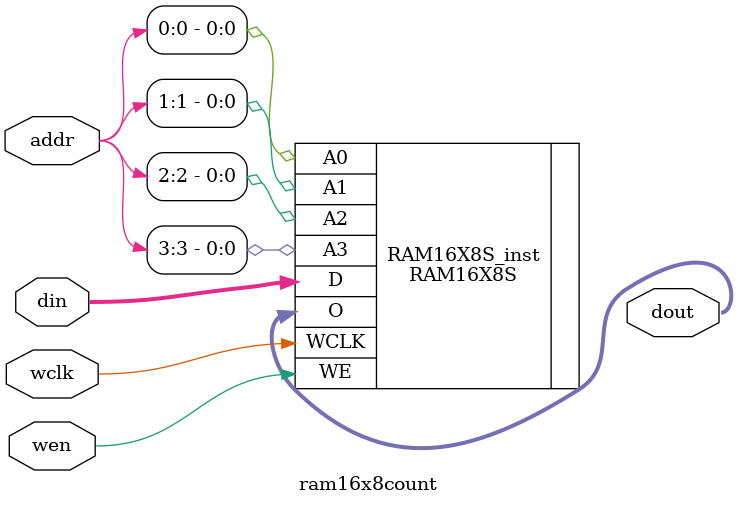
<source format=v>

module count4(clk,rdwr,strobe,our_addr,addr,busy_in,busy_out,addr_match_in,
              addr_match_out,datin,datout, m10clk, u1clk, a, b, c, d);
    input  clk;              // system clock
    input  rdwr;             // direction of this transfer. Read=1; Write=0
    input  strobe;           // true on full valid command
    input  [3:0] our_addr;   // high byte of our assigned address
    input  [11:0] addr;      // address of target peripheral
    input  busy_in;          // ==1 if a previous peripheral is busy
    output busy_out;         // ==our busy state if our address, pass through otherwise
    input  addr_match_in;    // ==1 if a previous peripheral claims the address
    output addr_match_out;   // ==1 if we claim the above address, pass through otherwise
    input  [7:0] datin ;     // Data INto the peripheral;
    output [7:0] datout ;    // Data OUTput from the peripheral, = datin if not us.
    input  m10clk;           // Latch data at 10, 20, or 50 ms
    input  u1clk;            // 1 microsecond clock pulse
    input  a;                // input A
    input  b;                // input B
    input  c;                // input C
    input  d;                // input D

    // Addressing and bus interface lines 
    wire   myaddr;           // ==1 if a correct read/write on our address
 
    // Count RAM interface lines
    wire   [3:0] raddr;      // Counter/Period RAM address lines
    wire   wen;              // Counter/Period RAM write enable
    wire   [15:0] crout;     // Counter RAM output lines
    wire   [15:0] crin;      // Counter RAM input lines
    ram16x8count cramH(crout[15:8],raddr,crin[15:8],clk,wen); // Register array in RAM
    ram16x8count cramL(crout[7:0],raddr,crin[7:0],clk,wen); // Register array in RAM

    // Counter state and signals
    reg    [2:0] pollclk;    // number-1 of poll interval in units of 10ms.  0=10ms
    reg    [2:0] pollcount;  // divides pollclk to get 10, 20, ... 60ms
    reg    [7:0] mode;       // mode of operation for the counters
    reg    [3:0] inold;      // Bring inputs into our clock domain
    reg    [3:0] innew;      // Bring inputs into our clock domain
    wire   [3:0] cedge;      // ==1 for a counter edge
    reg    data_avail;       // Flag to say data is ready to send. Set when pollclk=pollcount
    reg    block;            // Which block of registers we are updating
    reg    [2:0] inx;        // Which input we are examining now [2:1], count/period [0]
    reg    [15:0] period;    // 16 bit microsecond counter

    initial
    begin
        mode = 8'h00;                // All off to start
        block = 0;
        data_avail = 0;
        period = 0;
        pollclk = 0;         // 0,1,2,3.. for 10ms,20ms,30ms ..60ms,off poll time
        pollcount = 0;
    end

    always @(posedge clk)
    begin
        // Update pollcount, do poll processing
        if (m10clk)
        begin
            if (pollcount == pollclk)
            begin
                pollcount <= 0;
                data_avail <= 1;            // set flag to send data to host
                block <= ~block;                // switch RAM block every poll
                period <= 0;                    // restart period counter
            end
            else
                pollcount <= pollcount + 3'h1;
        end
        else if (u1clk)
            period <= period + 16'h0001;


        // Handle write requests from the host
        if (strobe & myaddr & ~rdwr & addr[4])  // latch data on a write
        begin
            if (addr[0] == 0)                   // configuration parameter
                pollclk <= datin[2:0];
            else
                mode <= datin[7:0];
        end


        if (strobe & myaddr & rdwr) // if a read from the host
        begin
            // Clear data_available if we are sending the count up to the host
            data_avail <= 0;
        end
        else
        begin
            // host has priority access to RAM so delay our processing while
            // host is reading RAM.  This won't affect the output since we are
            // delaying processing by one sysclk and the maximum input frequency
            // is one twentieth of sysclk.
            inx <= inx + 3'h1;
            if (inx == 7)  // sample inputs 
            begin
                // Set current to old to get ready for next cycle
                inold[0] <= innew[0];
                inold[1] <= innew[1];
                inold[2] <= innew[2];
                inold[3] <= innew[3];
                innew[0] <= a;
                innew[1] <= b;
                innew[2] <= c;
                innew[3] <= d;
            end
        end
    end


    // Detect the edges to count
    assign cedge[0] = (((inold[0] == 0) && (innew[0] == 1) && mode[0]) ||  // positive edge triggered
                       ((inold[0] == 1) && (innew[0] == 0) && mode[1]));   // negative edge triggered
    assign cedge[1] = (((inold[1] == 0) && (innew[1] == 1) && mode[2]) ||  // positive edge triggered
                       ((inold[1] == 1) && (innew[1] == 0) && mode[3]));   // negative edge triggered
    assign cedge[2] = (((inold[2] == 0) && (innew[2] == 1) && mode[4]) ||  // positive edge triggered
                       ((inold[2] == 1) && (innew[2] == 0) && mode[5]));   // negative edge triggered
    assign cedge[3] = (((inold[3] == 0) && (innew[3] == 1) && mode[6]) ||  // positive edge triggered
                       ((inold[3] == 1) && (innew[3] == 0) && mode[7]));   // negative edge triggered


    // assign RAM signals
    assign wen   = 1 ;
    assign raddr = (strobe & myaddr & rdwr & (addr[7:4] == 0)) ? {~block, addr[3:1]} : 
                                              {block, inx} ;
    // Clear count RAM register on/after a read
    assign crin = (strobe & myaddr & rdwr & (addr[7:4] == 0) & (addr[1:0] == 2'b01)) ? 0 :
                 ((inx == 0) && (cedge[0] == 1)) ? (crout + 16'h0001) :
                 ((inx == 1) && (cedge[0] == 1)) ? period :
                 ((inx == 2) && (cedge[1] == 1)) ? (crout + 16'h0001) :
                 ((inx == 3) && (cedge[1] == 1)) ? period :
                 ((inx == 4) && (cedge[2] == 1)) ? (crout + 16'h0001) :
                 ((inx == 5) && (cedge[2] == 1)) ? period :
                 ((inx == 6) && (cedge[3] == 1)) ? (crout + 16'h0001) :
                 ((inx == 7) && (cedge[3] == 1)) ? period :
                 crout ;

    assign myaddr = (addr[11:8] == our_addr) & (addr[7:5] == 0);
    assign datout = (~myaddr) ? datin : 
                    (~strobe & data_avail) ? 8'h10 :  // send up 16 bytes when data is available
                    (strobe & (addr[4]) & (addr[0] == 0)) ? {5'h0,pollclk} :
                    (strobe & (addr[4]) & (addr[0])) ? mode :
                    (strobe & (addr[0] == 0)) ? crout[15:8] :
                    (strobe & (addr[0] == 1)) ? crout[7:0] :
                    8'h00 ;

    // Loop in-to-out where appropriate
    assign busy_out = busy_in;
    assign addr_match_out = myaddr | addr_match_in;

endmodule


// Distributed RAM to store counters and shadow value.
module ram16x8count(dout,addr,din,wclk,wen);
   output [7:0] dout;
   input  [3:0] addr;
   input  [7:0] din;
   input  wclk;
   input  wen;

   // RAM16X8S: 16 x 8 posedge write distributed (LUT) RAM
   //           Virtex-II/II-Pro
   // Xilinx HDL Language Template, version 10.1

   RAM16X8S #(
      .INIT_00(16'h0000), // INIT for bit 0 of RAM
      .INIT_01(16'h0000), // INIT for bit 1 of RAM
      .INIT_02(16'h0000), // INIT for bit 2 of RAM
      .INIT_03(16'hffff), // INIT for bit 3 of RAM
      .INIT_04(16'h0000), // INIT for bit 4 of RAM
      .INIT_05(16'hffff), // INIT for bit 5 of RAM
      .INIT_06(16'h0000), // INIT for bit 6 of RAM
      .INIT_07(16'hffff) // INIT for bit 7 of RAM
   ) RAM16X8S_inst (
      .O(dout),           // 8-bit RAM data output
      .A0(addr[0]),       // RAM address[0] input
      .A1(addr[1]),       // RAM address[1] input
      .A2(addr[2]),       // RAM address[2] input
      .A3(addr[3]),       // RAM address[3] input
      .D(din),            // 8-bit RAM data input
      .WCLK(wclk),        // Write clock input
      .WE(wen)            // Write enable input
   );

   // End of RAM16X8S_inst instantiation

endmodule



</source>
